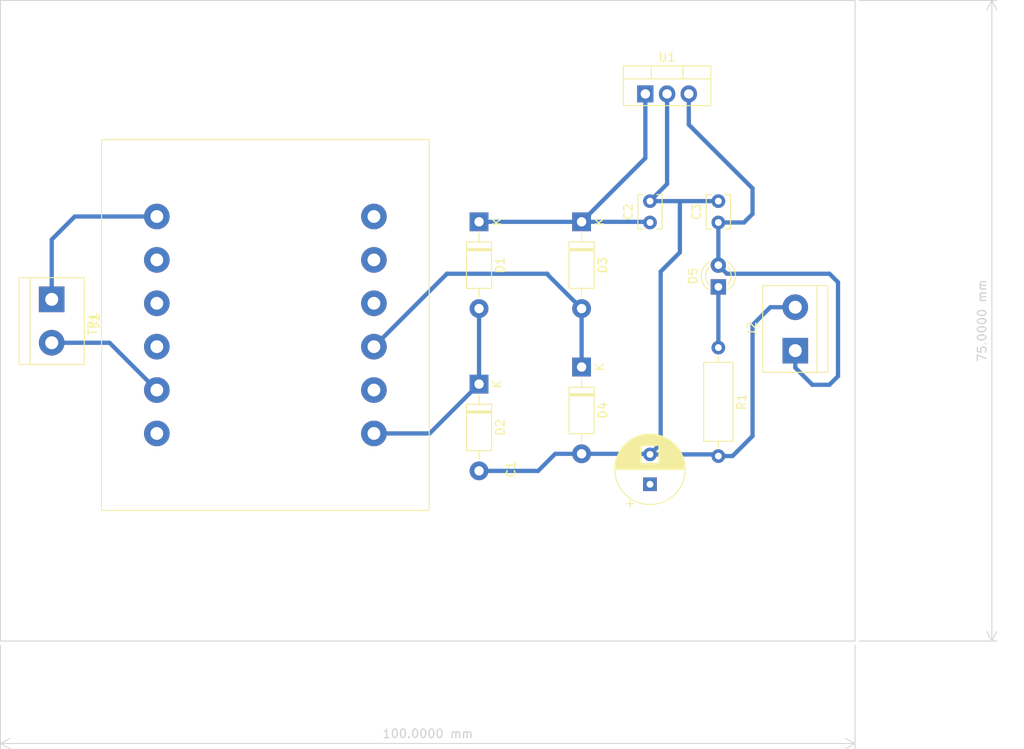
<source format=kicad_pcb>
(kicad_pcb (version 20211014) (generator pcbnew)
  (layers (0 "F.Cu" signal) (31 "B.Cu" signal) (34 "B.Paste" user) (35 "F.Paste" user) (36 "B.SilkS" user "B.Silkscreen") (37 "F.SilkS" user "F.Silkscreen") (38 "B.Mask" user) (39 "F.Mask" user) (44 "Edge.Cuts" user))
  (net 0 "")
  (net 1 "Net-(C1-Pad1)")
  (net 2 "GND")
  (net 3 "+12C")
  (net 4 "Net-(D1-Pad2)")
  (net 5 "Net-(D3-Pad2)")
  (net 6 "Net-(D5-Pad1)")
  (net 7 "Net-(J1-Pad1)")
  (net 8 "Net-(J1-Pad2)")
  (footprint "TerminalBlock:TerminalBlock_bornier-2_P5.08mm" (layer "F.Cu") (at 172 91 90)
    (fp_text reference "J2" (at 2.54 -5.08 90) (layer "F.SilkS"))
    (fp_text value "Screw_Terminal_01x02")
    (fp_line (start -2.54 -3.81) (end -2.54 3.81) (layer "F.SilkS") (width 0.12))
    (fp_line (start 7.62 2.54) (end -2.54 2.54) (layer "F.SilkS") (width 0.12))
    (fp_line (start 7.62 3.81) (end 7.62 -3.81) (layer "F.SilkS") (width 0.12))
    (fp_line (start -2.54 3.81) (end 7.62 3.81) (layer "F.SilkS") (width 0.12))
    (fp_line (start 7.62 -3.81) (end -2.54 -3.81) (layer "F.SilkS") (width 0.12))
    (pad "1" thru_hole rect (at 0 0 90) (size 3 3) (drill 1.52) (layers *.Cu *.Mask) (net 3 "+12C"))
    (pad "2" thru_hole circle (at 5.08 0 90) (size 3 3) (drill 1.52) (layers *.Cu *.Mask) (net 2 "GND"))
  )
  (footprint "LED_THT:LED_D3.0mm" (layer "F.Cu") (at 163 83.54 90)
    (fp_text reference "D5" (at 1.27 -2.96 90) (layer "F.SilkS"))
    (fp_text value "LED")
    (fp_line (start -0.29 -1.236) (end -0.29 -1.08) (layer "F.SilkS") (width 0.12))
    (fp_line (start -0.29 1.08) (end -0.29 1.236) (layer "F.SilkS") (width 0.12))
    (fp_arc (start 2.942335 1.078608) (mid 1.366487 1.987659) (end -0.29 1.235516) (layer "F.SilkS") (width 0.12))
    (fp_arc (start -0.29 -1.235516) (mid 1.366487 -1.987659) (end 2.942335 -1.078608) (layer "F.SilkS") (width 0.12))
    (fp_arc (start 0.229039 -1.08) (mid 1.270117 -1.5) (end 2.31113 -1.079837) (layer "F.SilkS") (width 0.12))
    (fp_arc (start 2.31113 1.079837) (mid 1.270117 1.5) (end 0.229039 1.08) (layer "F.SilkS") (width 0.12))
    (pad "1" thru_hole rect (at 0 0 90) (size 1.8 1.8) (drill 0.9) (layers *.Cu *.Mask) (net 6 "Net-(D5-Pad1)"))
    (pad "2" thru_hole circle (at 2.54 0 90) (size 1.8 1.8) (drill 0.9) (layers *.Cu *.Mask) (net 3 "+12C"))
  )
  (footprint "Capacitor_THT:C_Disc_D3.8mm_W2.6mm_P2.50mm" (layer "F.Cu") (at 163 76 90)
    (fp_text reference "C3" (at 1.25 -2.55 90) (layer "F.SilkS"))
    (fp_text value "0.1uF")
    (fp_line (start 3.27 -1.42) (end 3.27 -0.795) (layer "F.SilkS") (width 0.12))
    (fp_line (start -0.77 0.795) (end -0.77 1.42) (layer "F.SilkS") (width 0.12))
    (fp_line (start -0.77 -1.42) (end 3.27 -1.42) (layer "F.SilkS") (width 0.12))
    (fp_line (start -0.77 1.42) (end 3.27 1.42) (layer "F.SilkS") (width 0.12))
    (fp_line (start -0.77 -1.42) (end -0.77 -0.795) (layer "F.SilkS") (width 0.12))
    (fp_line (start 3.27 0.795) (end 3.27 1.42) (layer "F.SilkS") (width 0.12))
    (pad "1" thru_hole circle (at 0 0 90) (size 1.6 1.6) (drill 0.8) (layers *.Cu *.Mask) (net 3 "+12C"))
    (pad "2" thru_hole circle (at 2.5 0 90) (size 1.6 1.6) (drill 0.8) (layers *.Cu *.Mask) (net 2 "GND"))
  )
  (footprint "Transformer_THT:Transformer_37x44" (layer "F.Cu") (at 97.3 95.62 90)
    (fp_text reference "TR1" (at 7.75 -7.5 90) (layer "F.SilkS"))
    (fp_text value "TS2_38")
    (fp_line (start -14.09 -6.47) (end 29.33 -6.47) (layer "F.SilkS") (width 0.12))
    (fp_line (start 29.33 31.87) (end -14.09 31.87) (layer "F.SilkS") (width 0.12))
    (fp_line (start 29.33 31.87) (end 29.33 -6.47) (layer "F.SilkS") (width 0.12))
    (fp_line (start -14.09 -6.47) (end -14.09 31.87) (layer "F.SilkS") (width 0.12))
    (pad "" thru_hole circle (at 10.16 0 90) (size 3 3) (drill 1.5) (layers *.Cu *.Mask))
    (pad "" thru_hole circle (at 15.24 0 90) (size 3 3) (drill 1.5) (layers *.Cu *.Mask))
    (pad "" thru_hole circle (at 0 25.4 90) (size 3 3) (drill 1.5) (layers *.Cu *.Mask))
    (pad "" thru_hole circle (at -5.08 0 90) (size 3 3) (drill 1.5) (layers *.Cu *.Mask))
    (pad "" thru_hole circle (at 5.08 0 90) (size 3 3) (drill 1.5) (layers *.Cu *.Mask))
    (pad "" thru_hole circle (at 10.16 25.4 90) (size 3 3) (drill 1.5) (layers *.Cu *.Mask))
    (pad "" thru_hole circle (at 15.24 25.4 90) (size 3 3) (drill 1.5) (layers *.Cu *.Mask))
    (pad "" thru_hole circle (at 20.32 25.4 90) (size 3 3) (drill 1.5) (layers *.Cu *.Mask))
    (pad "1" thru_hole circle (at 0 0 90) (size 3 3) (drill 1.5) (layers *.Cu *.Mask) (net 8 "Net-(J1-Pad2)"))
    (pad "2" thru_hole circle (at 20.32 0 90) (size 3 3) (drill 1.5) (layers *.Cu *.Mask) (net 7 "Net-(J1-Pad1)"))
    (pad "3" thru_hole circle (at 5.08 25.4 90) (size 3 3) (drill 1.5) (layers *.Cu *.Mask) (net 5 "Net-(D3-Pad2)"))
    (pad "4" thru_hole circle (at -5.08 25.4 90) (size 3 3) (drill 1.5) (layers *.Cu *.Mask) (net 4 "Net-(D1-Pad2)"))
  )
  (footprint "Resistor_THT:R_Axial_DIN0309_L9.0mm_D3.2mm_P12.70mm_Horizontal" (layer "F.Cu") (at 163 90.65 -90)
    (fp_text reference "R1" (at 6.35 -2.72 90) (layer "F.SilkS"))
    (fp_text value "3k")
    (fp_line (start 10.97 -1.72) (end 1.73 -1.72) (layer "F.SilkS") (width 0.12))
    (fp_line (start 10.97 1.72) (end 10.97 -1.72) (layer "F.SilkS") (width 0.12))
    (fp_line (start 1.73 1.72) (end 10.97 1.72) (layer "F.SilkS") (width 0.12))
    (fp_line (start 11.66 0) (end 10.97 0) (layer "F.SilkS") (width 0.12))
    (fp_line (start 1.04 0) (end 1.73 0) (layer "F.SilkS") (width 0.12))
    (fp_line (start 1.73 -1.72) (end 1.73 1.72) (layer "F.SilkS") (width 0.12))
    (pad "1" thru_hole circle (at 0 0 270) (size 1.6 1.6) (drill 0.8) (layers *.Cu *.Mask) (net 6 "Net-(D5-Pad1)"))
    (pad "2" thru_hole oval (at 12.7 0 270) (size 1.6 1.6) (drill 0.8) (layers *.Cu *.Mask) (net 2 "GND"))
  )
  (footprint "Diode_THT:D_DO-41_SOD81_P10.16mm_Horizontal" (layer "F.Cu") (at 147 75.92 -90)
    (fp_text reference "D3" (at 5.08 -2.47 90) (layer "F.SilkS"))
    (fp_text value "1N4005")
    (fp_text user "K" (at 0 -2.1 90) (layer "F.SilkS"))
    (fp_line (start 7.8 -1.47) (end 2.36 -1.47) (layer "F.SilkS") (width 0.12))
    (fp_line (start 8.82 0) (end 7.8 0) (layer "F.SilkS") (width 0.12))
    (fp_line (start 1.34 0) (end 2.36 0) (layer "F.SilkS") (width 0.12))
    (fp_line (start 3.26 -1.47) (end 3.26 1.47) (layer "F.SilkS") (width 0.12))
    (fp_line (start 2.36 -1.47) (end 2.36 1.47) (layer "F.SilkS") (width 0.12))
    (fp_line (start 7.8 1.47) (end 7.8 -1.47) (layer "F.SilkS") (width 0.12))
    (fp_line (start 2.36 1.47) (end 7.8 1.47) (layer "F.SilkS") (width 0.12))
    (fp_line (start 3.38 -1.47) (end 3.38 1.47) (layer "F.SilkS") (width 0.12))
    (fp_line (start 3.14 -1.47) (end 3.14 1.47) (layer "F.SilkS") (width 0.12))
    (pad "1" thru_hole rect (at 0 0 270) (size 2.2 2.2) (drill 1.1) (layers *.Cu *.Mask) (net 1 "Net-(C1-Pad1)"))
    (pad "2" thru_hole oval (at 10.16 0 270) (size 2.2 2.2) (drill 1.1) (layers *.Cu *.Mask) (net 5 "Net-(D3-Pad2)"))
  )
  (footprint "Capacitor_THT:C_Disc_D3.8mm_W2.6mm_P2.50mm" (layer "F.Cu") (at 155 76 90)
    (fp_text reference "C2" (at 1.25 -2.55 90) (layer "F.SilkS"))
    (fp_text value "0.33uF")
    (fp_line (start -0.77 0.795) (end -0.77 1.42) (layer "F.SilkS") (width 0.12))
    (fp_line (start 3.27 -1.42) (end 3.27 -0.795) (layer "F.SilkS") (width 0.12))
    (fp_line (start -0.77 -1.42) (end 3.27 -1.42) (layer "F.SilkS") (width 0.12))
    (fp_line (start 3.27 0.795) (end 3.27 1.42) (layer "F.SilkS") (width 0.12))
    (fp_line (start -0.77 -1.42) (end -0.77 -0.795) (layer "F.SilkS") (width 0.12))
    (fp_line (start -0.77 1.42) (end 3.27 1.42) (layer "F.SilkS") (width 0.12))
    (pad "1" thru_hole circle (at 0 0 90) (size 1.6 1.6) (drill 0.8) (layers *.Cu *.Mask) (net 1 "Net-(C1-Pad1)"))
    (pad "2" thru_hole circle (at 2.5 0 90) (size 1.6 1.6) (drill 0.8) (layers *.Cu *.Mask) (net 2 "GND"))
  )
  (footprint "Diode_THT:D_DO-41_SOD81_P10.16mm_Horizontal" (layer "F.Cu") (at 135 94.92 -90)
    (fp_text reference "D2" (at 5.08 -2.47 90) (layer "F.SilkS"))
    (fp_text value "1N4005")
    (fp_text user "K" (at 0 -2.1 90) (layer "F.SilkS"))
    (fp_line (start 1.34 0) (end 2.36 0) (layer "F.SilkS") (width 0.12))
    (fp_line (start 7.8 -1.47) (end 2.36 -1.47) (layer "F.SilkS") (width 0.12))
    (fp_line (start 8.82 0) (end 7.8 0) (layer "F.SilkS") (width 0.12))
    (fp_line (start 2.36 1.47) (end 7.8 1.47) (layer "F.SilkS") (width 0.12))
    (fp_line (start 3.38 -1.47) (end 3.38 1.47) (layer "F.SilkS") (width 0.12))
    (fp_line (start 3.26 -1.47) (end 3.26 1.47) (layer "F.SilkS") (width 0.12))
    (fp_line (start 3.14 -1.47) (end 3.14 1.47) (layer "F.SilkS") (width 0.12))
    (fp_line (start 2.36 -1.47) (end 2.36 1.47) (layer "F.SilkS") (width 0.12))
    (fp_line (start 7.8 1.47) (end 7.8 -1.47) (layer "F.SilkS") (width 0.12))
    (pad "1" thru_hole rect (at 0 0 270) (size 2.2 2.2) (drill 1.1) (layers *.Cu *.Mask) (net 4 "Net-(D1-Pad2)"))
    (pad "2" thru_hole oval (at 10.16 0 270) (size 2.2 2.2) (drill 1.1) (layers *.Cu *.Mask) (net 2 "GND"))
  )
  (footprint "Diode_THT:D_DO-41_SOD81_P10.16mm_Horizontal" (layer "F.Cu") (at 135 75.92 -90)
    (fp_text reference "D1" (at 5.08 -2.47 90) (layer "F.SilkS"))
    (fp_text value "1N4005")
    (fp_text user "K" (at 0 -2.1 90) (layer "F.SilkS"))
    (fp_line (start 2.36 1.47) (end 7.8 1.47) (layer "F.SilkS") (width 0.12))
    (fp_line (start 7.8 -1.47) (end 2.36 -1.47) (layer "F.SilkS") (width 0.12))
    (fp_line (start 8.82 0) (end 7.8 0) (layer "F.SilkS") (width 0.12))
    (fp_line (start 7.8 1.47) (end 7.8 -1.47) (layer "F.SilkS") (width 0.12))
    (fp_line (start 1.34 0) (end 2.36 0) (layer "F.SilkS") (width 0.12))
    (fp_line (start 3.38 -1.47) (end 3.38 1.47) (layer "F.SilkS") (width 0.12))
    (fp_line (start 2.36 -1.47) (end 2.36 1.47) (layer "F.SilkS") (width 0.12))
    (fp_line (start 3.26 -1.47) (end 3.26 1.47) (layer "F.SilkS") (width 0.12))
    (fp_line (start 3.14 -1.47) (end 3.14 1.47) (layer "F.SilkS") (width 0.12))
    (pad "1" thru_hole rect (at 0 0 270) (size 2.2 2.2) (drill 1.1) (layers *.Cu *.Mask) (net 1 "Net-(C1-Pad1)"))
    (pad "2" thru_hole oval (at 10.16 0 270) (size 2.2 2.2) (drill 1.1) (layers *.Cu *.Mask) (net 4 "Net-(D1-Pad2)"))
  )
  (footprint "Package_TO_SOT_THT:TO-220-3_Vertical" (layer "F.Cu") (at 154.46 60.945)
    (fp_text reference "U1" (at 2.54 -4.27) (layer "F.SilkS"))
    (fp_text value "LM7812_TO220")
    (fp_line (start 7.66 -3.27) (end 7.66 1.371) (layer "F.SilkS") (width 0.12))
    (fp_line (start -2.58 -1.76) (end 7.66 -1.76) (layer "F.SilkS") (width 0.12))
    (fp_line (start -2.58 1.371) (end 7.66 1.371) (layer "F.SilkS") (width 0.12))
    (fp_line (start 0.69 -3.27) (end 0.69 -1.76) (layer "F.SilkS") (width 0.12))
    (fp_line (start -2.58 -3.27) (end -2.58 1.371) (layer "F.SilkS") (width 0.12))
    (fp_line (start -2.58 -3.27) (end 7.66 -3.27) (layer "F.SilkS") (width 0.12))
    (fp_line (start 4.391 -3.27) (end 4.391 -1.76) (layer "F.SilkS") (width 0.12))
    (pad "1" thru_hole rect (at 0 0) (size 1.905 2) (drill 1.1) (layers *.Cu *.Mask) (net 1 "Net-(C1-Pad1)"))
    (pad "2" thru_hole oval (at 2.54 0) (size 1.905 2) (drill 1.1) (layers *.Cu *.Mask) (net 2 "GND"))
    (pad "3" thru_hole oval (at 5.08 0) (size 1.905 2) (drill 1.1) (layers *.Cu *.Mask) (net 3 "+12C"))
  )
  (footprint "Diode_THT:D_DO-41_SOD81_P10.16mm_Horizontal" (layer "F.Cu") (at 147 92.92 -90)
    (fp_text reference "D4" (at 5.08 -2.47 90) (layer "F.SilkS"))
    (fp_text value "1N4005")
    (fp_text user "K" (at 0 -2.1 90) (layer "F.SilkS"))
    (fp_line (start 3.38 -1.47) (end 3.38 1.47) (layer "F.SilkS") (width 0.12))
    (fp_line (start 3.14 -1.47) (end 3.14 1.47) (layer "F.SilkS") (width 0.12))
    (fp_line (start 7.8 -1.47) (end 2.36 -1.47) (layer "F.SilkS") (width 0.12))
    (fp_line (start 7.8 1.47) (end 7.8 -1.47) (layer "F.SilkS") (width 0.12))
    (fp_line (start 2.36 -1.47) (end 2.36 1.47) (layer "F.SilkS") (width 0.12))
    (fp_line (start 1.34 0) (end 2.36 0) (layer "F.SilkS") (width 0.12))
    (fp_line (start 2.36 1.47) (end 7.8 1.47) (layer "F.SilkS") (width 0.12))
    (fp_line (start 3.26 -1.47) (end 3.26 1.47) (layer "F.SilkS") (width 0.12))
    (fp_line (start 8.82 0) (end 7.8 0) (layer "F.SilkS") (width 0.12))
    (pad "1" thru_hole rect (at 0 0 270) (size 2.2 2.2) (drill 1.1) (layers *.Cu *.Mask) (net 5 "Net-(D3-Pad2)"))
    (pad "2" thru_hole oval (at 10.16 0 270) (size 2.2 2.2) (drill 1.1) (layers *.Cu *.Mask) (net 2 "GND"))
  )
  (footprint "TerminalBlock:TerminalBlock_bornier-2_P5.08mm" (layer "F.Cu") (at 85 85 -90)
    (fp_text reference "J1" (at 2.54 -5.08 90) (layer "F.SilkS"))
    (fp_text value "Screw_Terminal_01x02")
    (fp_line (start -2.54 3.81) (end 7.62 3.81) (layer "F.SilkS") (width 0.12))
    (fp_line (start 7.62 3.81) (end 7.62 -3.81) (layer "F.SilkS") (width 0.12))
    (fp_line (start 7.62 2.54) (end -2.54 2.54) (layer "F.SilkS") (width 0.12))
    (fp_line (start -2.54 -3.81) (end -2.54 3.81) (layer "F.SilkS") (width 0.12))
    (fp_line (start 7.62 -3.81) (end -2.54 -3.81) (layer "F.SilkS") (width 0.12))
    (pad "1" thru_hole rect (at 0 0 270) (size 3 3) (drill 1.52) (layers *.Cu *.Mask) (net 7 "Net-(J1-Pad1)"))
    (pad "2" thru_hole circle (at 5.08 0 270) (size 3 3) (drill 1.52) (layers *.Cu *.Mask) (net 8 "Net-(J1-Pad2)"))
  )
  (footprint "Capacitor_THT:CP_Radial_D8.0mm_P3.50mm" (layer "F.Cu") (at 155 106.652651 90)
    (fp_text reference "C1" (at 1.75 -16.25 90) (layer "F.SilkS"))
    (fp_text value "670uF")
    (fp_line (start 1.95 -4.076) (end 1.95 4.076) (layer "F.SilkS") (width 0.12))
    (fp_line (start -2.659698 -2.315) (end -1.859698 -2.315) (layer "F.SilkS") (width 0.12))
    (fp_line (start 5.191 -2.228) (end 5.191 2.228) (layer "F.SilkS") (width 0.12))
    (fp_line (start 4.271 -3.22) (end 4.271 -1.04) (layer "F.SilkS") (width 0.12))
    (fp_line (start 3.191 -3.821) (end 3.191 -1.04) (layer "F.SilkS") (width 0.12))
    (fp_line (start 5.591 -1.453) (end 5.591 1.453) (layer "F.SilkS") (width 0.12))
    (fp_line (start 5.751 -0.948) (end 5.751 0.948) (layer "F.SilkS") (width 0.12))
    (fp_line (start 5.311 -2.034) (end 5.311 2.034) (layer "F.SilkS") (width 0.12))
    (fp_line (start 4.311 -3.189) (end 4.311 -1.04) (layer "F.SilkS") (width 0.12))
    (fp_line (start 4.511 -3.019) (end 4.511 -1.04) (layer "F.SilkS") (width 0.12))
    (fp_line (start 3.591 1.04) (end 3.591 3.647) (layer "F.SilkS") (width 0.12))
    (fp_line (start 4.111 -3.338) (end 4.111 -1.04) (layer "F.SilkS") (width 0.12))
    (fp_line (start 1.99 -4.074) (end 1.99 4.074) (layer "F.SilkS") (width 0.12))
    (fp_line (start 2.11 -4.065) (end 2.11 4.065) (layer "F.SilkS") (width 0.12))
    (fp_line (start 2.791 1.04) (end 2.791 3.947) (layer "F.SilkS") (width 0.12))
    (fp_line (start 2.03 -4.071) (end 2.03 4.071) (layer "F.SilkS") (width 0.12))
    (fp_line (start 5.111 -2.345) (end 5.111 2.345) (layer "F.SilkS") (width 0.12))
    (fp_line (start 4.191 -3.28) (end 4.191 -1.04) (layer "F.SilkS") (width 0.12))
    (fp_line (start 3.151 -3.835) (end 3.151 -1.04) (layer "F.SilkS") (width 0.12))
    (fp_line (start 4.631 -2.907) (end 4.631 2.907) (layer "F.SilkS") (width 0.12))
    (fp_line (start 3.351 1.04) (end 3.351 3.757) (layer "F.SilkS") (width 0.12))
    (fp_line (start 3.111 1.04) (end 3.111 3.85) (layer "F.SilkS") (width 0.12))
    (fp_line (start 5.791 -0.768) (end 5.791 0.768) (layer "F.SilkS") (width 0.12))
    (fp_line (start 3.871 -3.493) (end 3.871 -1.04) (layer "F.SilkS") (width 0.12))
    (fp_line (start 4.431 1.04) (end 4.431 3.09) (layer "F.SilkS") (width 0.12))
    (fp_line (start 2.991 -3.889) (end 2.991 -1.04) (layer "F.SilkS") (width 0.12))
    (fp_line (start 3.071 1.04) (end 3.071 3.863) (layer "F.SilkS") (width 0.12))
    (fp_line (start 3.951 -3.444) (end 3.951 -1.04) (layer "F.SilkS") (width 0.12))
    (fp_line (start 3.111 -3.85) (end 3.111 -1.04) (layer "F.SilkS") (width 0.12))
    (fp_line (start 2.471 -4.017) (end 2.471 -1.04) (layer "F.SilkS") (width 0.12))
    (fp_line (start 3.991 1.04) (end 3.991 3.418) (layer "F.SilkS") (width 0.12))
    (fp_line (start 3.271 -3.79) (end 3.271 -1.04) (layer "F.SilkS") (width 0.12))
    (fp_line (start 4.751 -2.784) (end 4.751 2.784) (layer "F.SilkS") (width 0.12))
    (fp_line (start 4.551 -2.983) (end 4.551 2.983) (layer "F.SilkS") (width 0.12))
    (fp_line (start 5.831 -0.533) (end 5.831 0.533) (layer "F.SilkS") (width 0.12))
    (fp_line (start 4.311 1.04) (end 4.311 3.189) (layer "F.SilkS") (width 0.12))
    (fp_line (start 2.31 -4.042) (end 2.31 4.042) (layer "F.SilkS") (width 0.12))
    (fp_line (start 3.751 1.04) (end 3.751 3.562) (layer "F.SilkS") (width 0.12))
    (fp_line (start 3.511 -3.686) (end 3.511 -1.04) (layer "F.SilkS") (width 0.12))
    (fp_line (start 2.511 -4.01) (end 2.511 -1.04) (layer "F.SilkS") (width 0.12))
    (fp_line (start 5.471 -1.731) (end 5.471 1.731) (layer "F.SilkS") (width 0.12))
    (fp_line (start 2.711 1.04) (end 2.711 3.967) (layer "F.SilkS") (width 0.12))
    (fp_line (start 2.951 1.04) (end 2.951 3.902) (layer "F.SilkS") (width 0.12))
    (fp_line (start 2.911 1.04) (end 2.911 3.914) (layer "F.SilkS") (width 0.12))
    (fp_line (start 3.511 1.04) (end 3.511 3.686) (layer "F.SilkS") (width 0.12))
    (fp_line (start 4.391 -3.124) (end 4.391 -1.04) (layer "F.SilkS") (width 0.12))
    (fp_line (start 3.711 -3.584) (end 3.711 -1.04) (layer "F.SilkS") (width 0.12))
    (fp_line (start 2.751 1.04) (end 2.751 3.957) (layer "F.SilkS") (width 0.12))
    (fp_line (start 4.071 1.04) (end 4.071 3.365) (layer "F.SilkS") (width 0.12))
    (fp_line (start 4.231 -3.25) (end 4.231 -1.04) (layer "F.SilkS") (width 0.12))
    (fp_line (start 2.551 -4.002) (end 2.551 -1.04) (layer "F.SilkS") (width 0.12))
    (fp_line (start 2.631 1.04) (end 2.631 3.985) (layer "F.SilkS") (width 0.12))
    (fp_line (start 3.311 -3.774) (end 3.311 -1.04) (layer "F.SilkS") (width 0.12))
    (fp_line (start 2.19 -4.057) (end 2.19 4.057) (layer "F.SilkS") (width 0.12))
    (fp_line (start 2.35 -4.037) (end 2.35 4.037) (layer "F.SilkS") (width 0.12))
    (fp_line (start 4.871 -2.651) (end 4.871 2.651) (layer "F.SilkS") (width 0.12))
    (fp_line (start 3.671 1.04) (end 3.671 3.606) (layer "F.SilkS") (width 0.12))
    (fp_line (start 2.39 -4.03) (end 2.39 4.03) (layer "F.SilkS") (width 0.12))
    (fp_line (start 3.711 1.04) (end 3.711 3.584) (layer "F.SilkS") (width 0.12))
    (fp_line (start 2.871 -3.925) (end 2.871 -1.04) (layer "F.SilkS") (width 0.12))
    (fp_line (start 3.071 -3.863) (end 3.071 -1.04) (layer "F.SilkS") (width 0.12))
    (fp_line (start 4.151 -3.309) (end 4.151 -1.04) (layer "F.SilkS") (width 0.12))
    (fp_line (start 1.75 -4.08) (end 1.75 4.08) (layer "F.SilkS") (width 0.12))
    (fp_line (start 3.951 1.04) (end 3.951 3.444) (layer "F.SilkS") (width 0.12))
    (fp_line (start 4.191 1.04) (end 4.191 3.28) (layer "F.SilkS") (width 0.12))
    (fp_line (start 2.511 1.04) (end 2.511 4.01) (layer "F.SilkS") (width 0.12))
    (fp_line (start 4.351 -3.156) (end 4.351 -1.04) (layer "F.SilkS") (width 0.12))
    (fp_line (start 5.031 -2.454) (end 5.031 2.454) (layer "F.SilkS") (width 0.12))
    (fp_line (start 5.391 -1.89) (end 5.391 1.89) (layer "F.SilkS") (width 0.12))
    (fp_line (start 3.231 1.04) (end 3.231 3.805) (layer "F.SilkS") (width 0.12))
    (fp_line (start 3.671 -3.606) (end 3.671 -1.04) (layer "F.SilkS") (width 0.12))
    (fp_line (start 1.91 -4.077) (end 1.91 4.077) (layer "F.SilkS") (width 0.12))
    (fp_line (start 2.471 1.04) (end 2.471 4.017) (layer "F.SilkS") (width 0.12))
    (fp_line (start 1.83 -4.08) (end 1.83 4.08) (layer "F.SilkS") (width 0.12))
    (fp_line (start 4.471 -3.055) (end 4.471 -1.04) (layer "F.SilkS") (width 0.12))
    (fp_line (start 5.511 -1.645) (end 5.511 1.645) (layer "F.SilkS") (width 0.12))
    (fp_line (start 2.671 1.04) (end 2.671 3.976) (layer "F.SilkS") (width 0.12))
    (fp_line (start 3.391 -3.74) (end 3.391 -1.04) (layer "F.SilkS") (width 0.12))
    (fp_line (start 3.551 1.04) (end 3.551 3.666) (layer "F.SilkS") (width 0.12))
    (fp_line (start 2.751 -3.957) (end 2.751 -1.04) (layer "F.SilkS") (width 0.12))
    (fp_line (start 3.271 1.04) (end 3.271 3.79) (layer "F.SilkS") (width 0.12))
    (fp_line (start 2.871 1.04) (end 2.871 3.925) (layer "F.SilkS") (width 0.12))
    (fp_line (start 2.591 1.04) (end 2.591 3.994) (layer "F.SilkS") (width 0.12))
    (fp_line (start 3.151 1.04) (end 3.151 3.835) (layer "F.SilkS") (width 0.12))
    (fp_line (start 5.631 -1.346) (end 5.631 1.346) (layer "F.SilkS") (width 0.12))
    (fp_line (start 2.27 -4.048) (end 2.27 4.048) (layer "F.SilkS") (width 0.12))
    (fp_line (start 3.911 -3.469) (end 3.911 -1.04) (layer "F.SilkS") (width 0.12))
    (fp_line (start 2.43 -4.024) (end 2.43 4.024) (layer "F.SilkS") (width 0.12))
    (fp_line (start 4.071 -3.365) (end 4.071 -1.04) (layer "F.SilkS") (width 0.12))
    (fp_line (start 3.871 1.04) (end 3.871 3.493) (layer "F.SilkS") (width 0.12))
    (fp_line (start 2.07 -4.068) (end 2.07 4.068) (layer "F.SilkS") (width 0.12))
    (fp_line (start 2.631 -3.985) (end 2.631 -1.04) (layer "F.SilkS") (width 0.12))
    (fp_line (start 3.471 -3.704) (end 3.471 -1.04) (layer "F.SilkS") (width 0.12))
    (fp_line (start 3.631 1.04) (end 3.631 3.627) (layer "F.SilkS") (width 0.12))
    (fp_line (start 5.711 -1.098) (end 5.711 1.098) (layer "F.SilkS") (width 0.12))
    (fp_line (start 4.831 -2.697) (end 4.831 2.697) (layer "F.SilkS") (width 0.12))
    (fp_line (start 3.391 1.04) (end 3.391 3.74) (layer "F.SilkS") (width 0.12))
    (fp_line (start 3.031 1.04) (end 3.031 3.877) (layer "F.SilkS") (width 0.12))
    (fp_line (start 3.551 -3.666) (end 3.551 -1.04) (layer "F.SilkS") (width 0.12))
    (fp_line (start 3.751 -3.562) (end 3.751 -1.04) (layer "F.SilkS") (width 0.12))
    (fp_line (start 2.911 -3.914) (end 2.911 -1.04) (layer "F.SilkS") (width 0.12))
    (fp_line (start 3.791 -3.54) (end 3.791 -1.04) (layer "F.SilkS") (width 0.12))
    (fp_line (start 5.071 -2.4) (end 5.071 2.4) (layer "F.SilkS") (width 0.12))
    (fp_line (start 4.791 -2.741) (end 4.791 2.741) (layer "F.SilkS") (width 0.12))
    (fp_line (start 3.351 -3.757) (end 3.351 -1.04) (layer "F.SilkS") (width 0.12))
    (fp_line (start 3.431 -3.722) (end 3.431 -1.04) (layer "F.SilkS") (width 0.12))
    (fp_line (start 4.351 1.04) (end 4.351 3.156) (layer "F.SilkS") (width 0.12))
    (fp_line (start 3.791 1.04) (end 3.791 3.54) (layer "F.SilkS") (width 0.12))
    (fp_line (start 3.631 -3.627) (end 3.631 -1.04) (layer "F.SilkS") (width 0.12))
    (fp_line (start 4.031 -3.392) (end 4.031 -1.04) (layer "F.SilkS") (width 0.12))
    (fp_line (start 3.591 -3.647) (end 3.591 -1.04) (layer "F.SilkS") (width 0.12))
    (fp_line (start 4.431 -3.09) (end 4.431 -1.04) (layer "F.SilkS") (width 0.12))
    (fp_line (start 4.911 -2.604) (end 4.911 2.604) (layer "F.SilkS") (width 0.12))
    (fp_line (start 2.551 1.04) (end 2.551 4.002) (layer "F.SilkS") (width 0.12))
    (fp_line (start 5.271 -2.102) (end 5.271 2.102) (layer "F.SilkS") (width 0.12))
    (fp_line (start 4.711 -2.826) (end 4.711 2.826) (layer "F.SilkS") (width 0.12))
    (fp_line (start 4.511 1.04) (end 4.511 3.019) (layer "F.SilkS") (width 0.12))
    (fp_line (start 5.671 -1.229) (end 5.671 1.229) (layer "F.SilkS") (width 0.12))
    (fp_line (start 3.231 -3.805) (end 3.231 -1.04) (layer "F.SilkS") (width 0.12))
    (fp_line (start 2.23 -4.052) (end 2.23 4.052) (layer "F.SilkS") (width 0.12))
    (fp_line (start 4.151 1.04) (end 4.151 3.309) (layer "F.SilkS") (width 0.12))
    (fp_line (start 3.431 1.04) (end 3.431 3.722) (layer "F.SilkS") (width 0.12))
    (fp_line (start 3.911 1.04) (end 3.911 3.469) (layer "F.SilkS") (width 0.12))
    (fp_line (start 5.351 -1.964) (end 5.351 1.964) (layer "F.SilkS") (width 0.12))
    (fp_line (start 3.831 1.04) (end 3.831 3.517) (layer "F.SilkS") (width 0.12))
    (fp_line (start -2.259698 -2.715) (end -2.259698 -1.915) (layer "F.SilkS") (width 0.12))
    (fp_line (start 5.551 -1.552) (end 5.551 1.552) (layer "F.SilkS") (width 0.12))
    (fp_line (start 1.79 -4.08) (end 1.79 4.08) (layer "F.SilkS") (width 0.12))
    (fp_line (start 4.951 -2.556) (end 4.951 2.556) (layer "F.SilkS") (width 0.12))
    (fp_line (start 4.991 -2.505) (end 4.991 2.505) (layer "F.SilkS") (width 0.12))
    (fp_line (start 2.711 -3.967) (end 2.711 -1.04) (layer "F.SilkS") (width 0.12))
    (fp_line (start 2.951 -3.902) (end 2.951 -1.04) (layer "F.SilkS") (width 0.12))
    (fp_line (start 4.111 1.04) (end 4.111 3.338) (layer "F.SilkS") (width 0.12))
    (fp_line (start 3.471 1.04) (end 3.471 3.704) (layer "F.SilkS") (width 0.12))
    (fp_line (start 4.391 1.04) (end 4.391 3.124) (layer "F.SilkS") (width 0.12))
    (fp_line (start 3.831 -3.517) (end 3.831 -1.04) (layer "F.SilkS") (width 0.12))
    (fp_line (start 4.471 1.04) (end 4.471 3.055) (layer "F.SilkS") (width 0.12))
    (fp_line (start 2.671 -3.976) (end 2.671 -1.04) (layer "F.SilkS") (width 0.12))
    (fp_line (start 2.15 -4.061) (end 2.15 4.061) (layer "F.SilkS") (width 0.12))
    (fp_line (start 4.031 1.04) (end 4.031 3.392) (layer "F.SilkS") (width 0.12))
    (fp_line (start 3.191 1.04) (end 3.191 3.821) (layer "F.SilkS") (width 0.12))
    (fp_line (start 3.311 1.04) (end 3.311 3.774) (layer "F.SilkS") (width 0.12))
    (fp_line (start 5.231 -2.166) (end 5.231 2.166) (layer "F.SilkS") (width 0.12))
    (fp_line (start 2.991 1.04) (end 2.991 3.889) (layer "F.SilkS") (width 0.12))
    (fp_line (start 4.271 1.04) (end 4.271 3.22) (layer "F.SilkS") (width 0.12))
    (fp_line (start 3.991 -3.418) (end 3.991 -1.04) (layer "F.SilkS") (width 0.12))
    (fp_line (start 3.031 -3.877) (end 3.031 -1.04) (layer "F.SilkS") (width 0.12))
    (fp_line (start 4.671 -2.867) (end 4.671 2.867) (layer "F.SilkS") (width 0.12))
    (fp_line (start 2.591 -3.994) (end 2.591 -1.04) (layer "F.SilkS") (width 0.12))
    (fp_line (start 2.791 -3.947) (end 2.791 -1.04) (layer "F.SilkS") (width 0.12))
    (fp_line (start 5.431 -1.813) (end 5.431 1.813) (layer "F.SilkS") (width 0.12))
    (fp_line (start 4.231 1.04) (end 4.231 3.25) (layer "F.SilkS") (width 0.12))
    (fp_line (start 5.151 -2.287) (end 5.151 2.287) (layer "F.SilkS") (width 0.12))
    (fp_line (start 1.87 -4.079) (end 1.87 4.079) (layer "F.SilkS") (width 0.12))
    (fp_line (start 2.831 -3.936) (end 2.831 -1.04) (layer "F.SilkS") (width 0.12))
    (fp_line (start 2.831 1.04) (end 2.831 3.936) (layer "F.SilkS") (width 0.12))
    (fp_line (start 4.591 -2.945) (end 4.591 2.945) (layer "F.SilkS") (width 0.12))
    (fp_circle (center 1.75 0) (end 5.87 0) (layer "F.SilkS") (width 0.12) (fill none))
    (pad "1" thru_hole rect (at 0 0 90) (size 1.6 1.6) (drill 0.8) (layers *.Cu *.Mask) (net 1 "Net-(C1-Pad1)"))
    (pad "2" thru_hole circle (at 3.5 0 90) (size 1.6 1.6) (drill 0.8) (layers *.Cu *.Mask) (net 2 "GND"))
  )
  (gr_line (start 79 50) (end 179 50) (layer "Edge.Cuts") (width 0.1))
  (gr_line (start 179 50) (end 179 125) (layer "Edge.Cuts") (width 0.1))
  (gr_line (start 79 50) (end 79 125) (layer "Edge.Cuts") (width 0.1))
  (gr_line (start 179 125) (end 79 125) (layer "Edge.Cuts") (width 0.1))
  (dimension (type aligned) (layer "Edge.Cuts") (pts (xy 179 125) (xy 79 125)) (height -12) (gr_text "100,0000 mm" (at 129 135.85) (layer "Edge.Cuts") (effects (font (size 1 1) (thickness 0.15)))) (format (units 3) (units_format 1) (precision 4)) (style (thickness 0.1) (arrow_length 1.27) (text_position_mode 0) (extension_height 0.58642) (extension_offset 0.5) keep_text_aligned))
  (dimension (type aligned) (layer "Edge.Cuts") (pts (xy 179 50) (xy 179 125)) (height -16) (gr_text "75,0000 mm" (at 193.85 87.5 90) (layer "Edge.Cuts") (effects (font (size 1 1) (thickness 0.15)))) (format (units 3) (units_format 1) (precision 4)) (style (thickness 0.1) (arrow_length 1.27) (text_position_mode 0) (extension_height 0.58642) (extension_offset 0.5) keep_text_aligned))
  (segment (start 154.92 75.92) (end 155 76) (width 0.5) (layer "B.Cu") (net 1))
  (segment (start 147 75.92) (end 154.92 75.92) (width 0.5) (layer "B.Cu") (net 1))
  (segment (start 154.46 60.945) (end 154.46 68.46) (width 0.5) (layer "B.Cu") (net 1))
  (segment (start 154.46 68.46) (end 147 75.92) (width 0.5) (layer "B.Cu") (net 1))
  (segment (start 135 75.92) (end 147 75.92) (width 0.5) (layer "B.Cu") (net 1))
  (segment (start 147 103.08) (end 154.927349 103.08) (width 0.5) (layer "B.Cu") (net 2))
  (segment (start 155 103.152651) (end 162.802651 103.152651) (width 0.5) (layer "B.Cu") (net 2))
  (segment (start 167 101) (end 167 88) (width 0.5) (layer "B.Cu") (net 2))
  (segment (start 155 103.152651) (end 156.25 101.902651) (width 0.5) (layer "B.Cu") (net 2))
  (segment (start 169.08 85.92) (end 172 85.92) (width 0.5) (layer "B.Cu") (net 2))
  (segment (start 156.25 101.902651) (end 156.25 81.75) (width 0.5) (layer "B.Cu") (net 2))
  (segment (start 167 88) (end 169.08 85.92) (width 0.5) (layer "B.Cu") (net 2))
  (segment (start 141.92 105.08) (end 143.92 103.08) (width 0.5) (layer "B.Cu") (net 2))
  (segment (start 155 73.5) (end 158.5 73.5) (width 0.5) (layer "B.Cu") (net 2))
  (segment (start 157 71.5) (end 155 73.5) (width 0.5) (layer "B.Cu") (net 2))
  (segment (start 157 60.945) (end 157 71.5) (width 0.5) (layer "B.Cu") (net 2))
  (segment (start 143.92 103.08) (end 147 103.08) (width 0.5) (layer "B.Cu") (net 2))
  (segment (start 158.5 79.5) (end 158.5 73.5) (width 0.5) (layer "B.Cu") (net 2))
  (segment (start 135 105.08) (end 141.92 105.08) (width 0.5) (layer "B.Cu") (net 2))
  (segment (start 163 103.35) (end 164.65 103.35) (width 0.5) (layer "B.Cu") (net 2))
  (segment (start 158.5 73.5) (end 163 73.5) (width 0.5) (layer "B.Cu") (net 2))
  (segment (start 164.65 103.35) (end 167 101) (width 0.5) (layer "B.Cu") (net 2))
  (segment (start 156.25 81.75) (end 158.5 79.5) (width 0.5) (layer "B.Cu") (net 2))
  (segment (start 154.927349 103.08) (end 155 103.152651) (width 0.5) (layer "B.Cu") (net 2))
  (segment (start 162.802651 103.152651) (end 163 103.35) (width 0.5) (layer "B.Cu") (net 2))
  (segment (start 163 81) (end 164 82) (width 0.5) (layer "B.Cu") (net 3))
  (segment (start 176 95) (end 174 95) (width 0.5) (layer "B.Cu") (net 3))
  (segment (start 177 83) (end 177 94) (width 0.5) (layer "B.Cu") (net 3))
  (segment (start 177 94) (end 176 95) (width 0.5) (layer "B.Cu") (net 3))
  (segment (start 159.54 64.54) (end 167 72) (width 0.5) (layer "B.Cu") (net 3))
  (segment (start 159.54 60.945) (end 159.54 64.54) (width 0.5) (layer "B.Cu") (net 3))
  (segment (start 174 95) (end 172 93) (width 0.5) (layer "B.Cu") (net 3))
  (segment (start 166 76) (end 163 76) (width 0.5) (layer "B.Cu") (net 3))
  (segment (start 163 81) (end 163 76) (width 0.5) (layer "B.Cu") (net 3))
  (segment (start 176 82) (end 177 83) (width 0.5) (layer "B.Cu") (net 3))
  (segment (start 167 72) (end 167 75) (width 0.5) (layer "B.Cu") (net 3))
  (segment (start 167 75) (end 166 76) (width 0.5) (layer "B.Cu") (net 3))
  (segment (start 172 93) (end 172 91) (width 0.5) (layer "B.Cu") (net 3))
  (segment (start 164 82) (end 176 82) (width 0.5) (layer "B.Cu") (net 3))
  (segment (start 135 94.92) (end 135 86.08) (width 0.5) (layer "B.Cu") (net 4))
  (segment (start 129.22 100.7) (end 135 94.92) (width 0.5) (layer "B.Cu") (net 4))
  (segment (start 122.7 100.7) (end 129.22 100.7) (width 0.5) (layer "B.Cu") (net 4))
  (segment (start 143 82) (end 143 82.08) (width 0.5) (layer "B.Cu") (net 5))
  (segment (start 143 82.08) (end 147 86.08) (width 0.5) (layer "B.Cu") (net 5))
  (segment (start 131.24 82) (end 143 82) (width 0.5) (layer "B.Cu") (net 5))
  (segment (start 147 86.08) (end 147 92.92) (width 0.5) (layer "B.Cu") (net 5))
  (segment (start 122.7 90.54) (end 131.24 82) (width 0.5) (layer "B.Cu") (net 5))
  (segment (start 163 90.65) (end 163 83.54) (width 0.5) (layer "B.Cu") (net 6))
  (segment (start 87.7 75.3) (end 97.3 75.3) (width 0.5) (layer "B.Cu") (net 7))
  (segment (start 85 85) (end 85 78) (width 0.5) (layer "B.Cu") (net 7))
  (segment (start 85 78) (end 87.7 75.3) (width 0.5) (layer "B.Cu") (net 7))
  (segment (start 85 90.08) (end 91.08 90.08) (width 0.5) (layer "B.Cu") (net 8))
  (segment (start 91.76 90.08) (end 91.08 90.08) (width 0.5) (layer "B.Cu") (net 8))
  (segment (start 97.3 95.62) (end 91.76 90.08) (width 0.5) (layer "B.Cu") (net 8))
)
</source>
